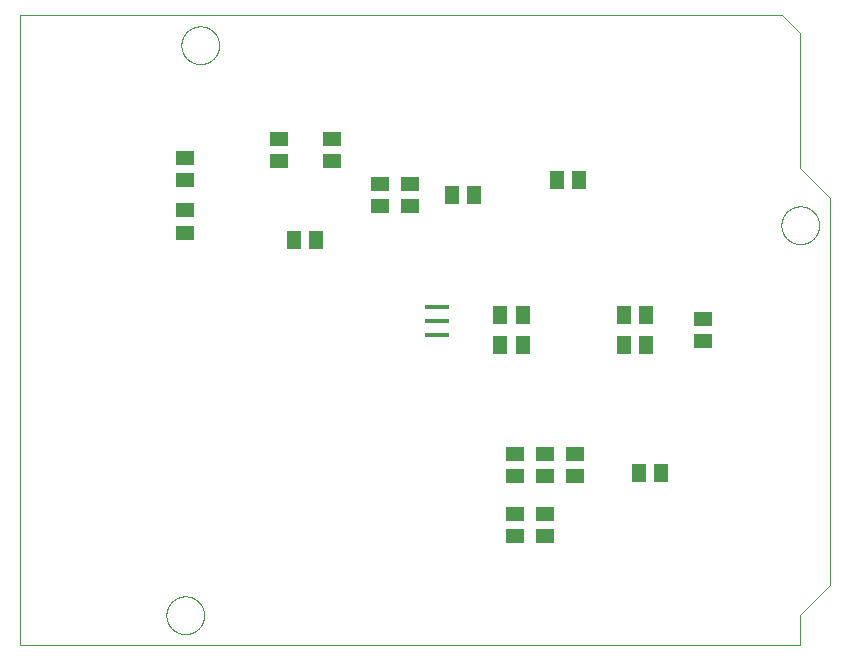
<source format=gbp>
G75*
%MOIN*%
%OFA0B0*%
%FSLAX25Y25*%
%IPPOS*%
%LPD*%
%AMOC8*
5,1,8,0,0,1.08239X$1,22.5*
%
%ADD10C,0.00000*%
%ADD11R,0.05118X0.05906*%
%ADD12R,0.05906X0.05118*%
%ADD13R,0.07874X0.01575*%
D10*
X0027000Y0009000D02*
X0027000Y0219000D01*
X0281000Y0219000D01*
X0287000Y0213000D01*
X0287000Y0168000D01*
X0297000Y0158000D01*
X0297000Y0029000D01*
X0287000Y0019000D01*
X0287000Y0009000D01*
X0027000Y0009000D01*
X0075701Y0019000D02*
X0075703Y0019158D01*
X0075709Y0019316D01*
X0075719Y0019474D01*
X0075733Y0019632D01*
X0075751Y0019789D01*
X0075772Y0019946D01*
X0075798Y0020102D01*
X0075828Y0020258D01*
X0075861Y0020413D01*
X0075899Y0020566D01*
X0075940Y0020719D01*
X0075985Y0020871D01*
X0076034Y0021022D01*
X0076087Y0021171D01*
X0076143Y0021319D01*
X0076203Y0021465D01*
X0076267Y0021610D01*
X0076335Y0021753D01*
X0076406Y0021895D01*
X0076480Y0022035D01*
X0076558Y0022172D01*
X0076640Y0022308D01*
X0076724Y0022442D01*
X0076813Y0022573D01*
X0076904Y0022702D01*
X0076999Y0022829D01*
X0077096Y0022954D01*
X0077197Y0023076D01*
X0077301Y0023195D01*
X0077408Y0023312D01*
X0077518Y0023426D01*
X0077631Y0023537D01*
X0077746Y0023646D01*
X0077864Y0023751D01*
X0077985Y0023853D01*
X0078108Y0023953D01*
X0078234Y0024049D01*
X0078362Y0024142D01*
X0078492Y0024232D01*
X0078625Y0024318D01*
X0078760Y0024402D01*
X0078896Y0024481D01*
X0079035Y0024558D01*
X0079176Y0024630D01*
X0079318Y0024700D01*
X0079462Y0024765D01*
X0079608Y0024827D01*
X0079755Y0024885D01*
X0079904Y0024940D01*
X0080054Y0024991D01*
X0080205Y0025038D01*
X0080357Y0025081D01*
X0080510Y0025120D01*
X0080665Y0025156D01*
X0080820Y0025187D01*
X0080976Y0025215D01*
X0081132Y0025239D01*
X0081289Y0025259D01*
X0081447Y0025275D01*
X0081604Y0025287D01*
X0081763Y0025295D01*
X0081921Y0025299D01*
X0082079Y0025299D01*
X0082237Y0025295D01*
X0082396Y0025287D01*
X0082553Y0025275D01*
X0082711Y0025259D01*
X0082868Y0025239D01*
X0083024Y0025215D01*
X0083180Y0025187D01*
X0083335Y0025156D01*
X0083490Y0025120D01*
X0083643Y0025081D01*
X0083795Y0025038D01*
X0083946Y0024991D01*
X0084096Y0024940D01*
X0084245Y0024885D01*
X0084392Y0024827D01*
X0084538Y0024765D01*
X0084682Y0024700D01*
X0084824Y0024630D01*
X0084965Y0024558D01*
X0085104Y0024481D01*
X0085240Y0024402D01*
X0085375Y0024318D01*
X0085508Y0024232D01*
X0085638Y0024142D01*
X0085766Y0024049D01*
X0085892Y0023953D01*
X0086015Y0023853D01*
X0086136Y0023751D01*
X0086254Y0023646D01*
X0086369Y0023537D01*
X0086482Y0023426D01*
X0086592Y0023312D01*
X0086699Y0023195D01*
X0086803Y0023076D01*
X0086904Y0022954D01*
X0087001Y0022829D01*
X0087096Y0022702D01*
X0087187Y0022573D01*
X0087276Y0022442D01*
X0087360Y0022308D01*
X0087442Y0022172D01*
X0087520Y0022035D01*
X0087594Y0021895D01*
X0087665Y0021753D01*
X0087733Y0021610D01*
X0087797Y0021465D01*
X0087857Y0021319D01*
X0087913Y0021171D01*
X0087966Y0021022D01*
X0088015Y0020871D01*
X0088060Y0020719D01*
X0088101Y0020566D01*
X0088139Y0020413D01*
X0088172Y0020258D01*
X0088202Y0020102D01*
X0088228Y0019946D01*
X0088249Y0019789D01*
X0088267Y0019632D01*
X0088281Y0019474D01*
X0088291Y0019316D01*
X0088297Y0019158D01*
X0088299Y0019000D01*
X0088297Y0018842D01*
X0088291Y0018684D01*
X0088281Y0018526D01*
X0088267Y0018368D01*
X0088249Y0018211D01*
X0088228Y0018054D01*
X0088202Y0017898D01*
X0088172Y0017742D01*
X0088139Y0017587D01*
X0088101Y0017434D01*
X0088060Y0017281D01*
X0088015Y0017129D01*
X0087966Y0016978D01*
X0087913Y0016829D01*
X0087857Y0016681D01*
X0087797Y0016535D01*
X0087733Y0016390D01*
X0087665Y0016247D01*
X0087594Y0016105D01*
X0087520Y0015965D01*
X0087442Y0015828D01*
X0087360Y0015692D01*
X0087276Y0015558D01*
X0087187Y0015427D01*
X0087096Y0015298D01*
X0087001Y0015171D01*
X0086904Y0015046D01*
X0086803Y0014924D01*
X0086699Y0014805D01*
X0086592Y0014688D01*
X0086482Y0014574D01*
X0086369Y0014463D01*
X0086254Y0014354D01*
X0086136Y0014249D01*
X0086015Y0014147D01*
X0085892Y0014047D01*
X0085766Y0013951D01*
X0085638Y0013858D01*
X0085508Y0013768D01*
X0085375Y0013682D01*
X0085240Y0013598D01*
X0085104Y0013519D01*
X0084965Y0013442D01*
X0084824Y0013370D01*
X0084682Y0013300D01*
X0084538Y0013235D01*
X0084392Y0013173D01*
X0084245Y0013115D01*
X0084096Y0013060D01*
X0083946Y0013009D01*
X0083795Y0012962D01*
X0083643Y0012919D01*
X0083490Y0012880D01*
X0083335Y0012844D01*
X0083180Y0012813D01*
X0083024Y0012785D01*
X0082868Y0012761D01*
X0082711Y0012741D01*
X0082553Y0012725D01*
X0082396Y0012713D01*
X0082237Y0012705D01*
X0082079Y0012701D01*
X0081921Y0012701D01*
X0081763Y0012705D01*
X0081604Y0012713D01*
X0081447Y0012725D01*
X0081289Y0012741D01*
X0081132Y0012761D01*
X0080976Y0012785D01*
X0080820Y0012813D01*
X0080665Y0012844D01*
X0080510Y0012880D01*
X0080357Y0012919D01*
X0080205Y0012962D01*
X0080054Y0013009D01*
X0079904Y0013060D01*
X0079755Y0013115D01*
X0079608Y0013173D01*
X0079462Y0013235D01*
X0079318Y0013300D01*
X0079176Y0013370D01*
X0079035Y0013442D01*
X0078896Y0013519D01*
X0078760Y0013598D01*
X0078625Y0013682D01*
X0078492Y0013768D01*
X0078362Y0013858D01*
X0078234Y0013951D01*
X0078108Y0014047D01*
X0077985Y0014147D01*
X0077864Y0014249D01*
X0077746Y0014354D01*
X0077631Y0014463D01*
X0077518Y0014574D01*
X0077408Y0014688D01*
X0077301Y0014805D01*
X0077197Y0014924D01*
X0077096Y0015046D01*
X0076999Y0015171D01*
X0076904Y0015298D01*
X0076813Y0015427D01*
X0076724Y0015558D01*
X0076640Y0015692D01*
X0076558Y0015828D01*
X0076480Y0015965D01*
X0076406Y0016105D01*
X0076335Y0016247D01*
X0076267Y0016390D01*
X0076203Y0016535D01*
X0076143Y0016681D01*
X0076087Y0016829D01*
X0076034Y0016978D01*
X0075985Y0017129D01*
X0075940Y0017281D01*
X0075899Y0017434D01*
X0075861Y0017587D01*
X0075828Y0017742D01*
X0075798Y0017898D01*
X0075772Y0018054D01*
X0075751Y0018211D01*
X0075733Y0018368D01*
X0075719Y0018526D01*
X0075709Y0018684D01*
X0075703Y0018842D01*
X0075701Y0019000D01*
X0280701Y0149000D02*
X0280703Y0149158D01*
X0280709Y0149316D01*
X0280719Y0149474D01*
X0280733Y0149632D01*
X0280751Y0149789D01*
X0280772Y0149946D01*
X0280798Y0150102D01*
X0280828Y0150258D01*
X0280861Y0150413D01*
X0280899Y0150566D01*
X0280940Y0150719D01*
X0280985Y0150871D01*
X0281034Y0151022D01*
X0281087Y0151171D01*
X0281143Y0151319D01*
X0281203Y0151465D01*
X0281267Y0151610D01*
X0281335Y0151753D01*
X0281406Y0151895D01*
X0281480Y0152035D01*
X0281558Y0152172D01*
X0281640Y0152308D01*
X0281724Y0152442D01*
X0281813Y0152573D01*
X0281904Y0152702D01*
X0281999Y0152829D01*
X0282096Y0152954D01*
X0282197Y0153076D01*
X0282301Y0153195D01*
X0282408Y0153312D01*
X0282518Y0153426D01*
X0282631Y0153537D01*
X0282746Y0153646D01*
X0282864Y0153751D01*
X0282985Y0153853D01*
X0283108Y0153953D01*
X0283234Y0154049D01*
X0283362Y0154142D01*
X0283492Y0154232D01*
X0283625Y0154318D01*
X0283760Y0154402D01*
X0283896Y0154481D01*
X0284035Y0154558D01*
X0284176Y0154630D01*
X0284318Y0154700D01*
X0284462Y0154765D01*
X0284608Y0154827D01*
X0284755Y0154885D01*
X0284904Y0154940D01*
X0285054Y0154991D01*
X0285205Y0155038D01*
X0285357Y0155081D01*
X0285510Y0155120D01*
X0285665Y0155156D01*
X0285820Y0155187D01*
X0285976Y0155215D01*
X0286132Y0155239D01*
X0286289Y0155259D01*
X0286447Y0155275D01*
X0286604Y0155287D01*
X0286763Y0155295D01*
X0286921Y0155299D01*
X0287079Y0155299D01*
X0287237Y0155295D01*
X0287396Y0155287D01*
X0287553Y0155275D01*
X0287711Y0155259D01*
X0287868Y0155239D01*
X0288024Y0155215D01*
X0288180Y0155187D01*
X0288335Y0155156D01*
X0288490Y0155120D01*
X0288643Y0155081D01*
X0288795Y0155038D01*
X0288946Y0154991D01*
X0289096Y0154940D01*
X0289245Y0154885D01*
X0289392Y0154827D01*
X0289538Y0154765D01*
X0289682Y0154700D01*
X0289824Y0154630D01*
X0289965Y0154558D01*
X0290104Y0154481D01*
X0290240Y0154402D01*
X0290375Y0154318D01*
X0290508Y0154232D01*
X0290638Y0154142D01*
X0290766Y0154049D01*
X0290892Y0153953D01*
X0291015Y0153853D01*
X0291136Y0153751D01*
X0291254Y0153646D01*
X0291369Y0153537D01*
X0291482Y0153426D01*
X0291592Y0153312D01*
X0291699Y0153195D01*
X0291803Y0153076D01*
X0291904Y0152954D01*
X0292001Y0152829D01*
X0292096Y0152702D01*
X0292187Y0152573D01*
X0292276Y0152442D01*
X0292360Y0152308D01*
X0292442Y0152172D01*
X0292520Y0152035D01*
X0292594Y0151895D01*
X0292665Y0151753D01*
X0292733Y0151610D01*
X0292797Y0151465D01*
X0292857Y0151319D01*
X0292913Y0151171D01*
X0292966Y0151022D01*
X0293015Y0150871D01*
X0293060Y0150719D01*
X0293101Y0150566D01*
X0293139Y0150413D01*
X0293172Y0150258D01*
X0293202Y0150102D01*
X0293228Y0149946D01*
X0293249Y0149789D01*
X0293267Y0149632D01*
X0293281Y0149474D01*
X0293291Y0149316D01*
X0293297Y0149158D01*
X0293299Y0149000D01*
X0293297Y0148842D01*
X0293291Y0148684D01*
X0293281Y0148526D01*
X0293267Y0148368D01*
X0293249Y0148211D01*
X0293228Y0148054D01*
X0293202Y0147898D01*
X0293172Y0147742D01*
X0293139Y0147587D01*
X0293101Y0147434D01*
X0293060Y0147281D01*
X0293015Y0147129D01*
X0292966Y0146978D01*
X0292913Y0146829D01*
X0292857Y0146681D01*
X0292797Y0146535D01*
X0292733Y0146390D01*
X0292665Y0146247D01*
X0292594Y0146105D01*
X0292520Y0145965D01*
X0292442Y0145828D01*
X0292360Y0145692D01*
X0292276Y0145558D01*
X0292187Y0145427D01*
X0292096Y0145298D01*
X0292001Y0145171D01*
X0291904Y0145046D01*
X0291803Y0144924D01*
X0291699Y0144805D01*
X0291592Y0144688D01*
X0291482Y0144574D01*
X0291369Y0144463D01*
X0291254Y0144354D01*
X0291136Y0144249D01*
X0291015Y0144147D01*
X0290892Y0144047D01*
X0290766Y0143951D01*
X0290638Y0143858D01*
X0290508Y0143768D01*
X0290375Y0143682D01*
X0290240Y0143598D01*
X0290104Y0143519D01*
X0289965Y0143442D01*
X0289824Y0143370D01*
X0289682Y0143300D01*
X0289538Y0143235D01*
X0289392Y0143173D01*
X0289245Y0143115D01*
X0289096Y0143060D01*
X0288946Y0143009D01*
X0288795Y0142962D01*
X0288643Y0142919D01*
X0288490Y0142880D01*
X0288335Y0142844D01*
X0288180Y0142813D01*
X0288024Y0142785D01*
X0287868Y0142761D01*
X0287711Y0142741D01*
X0287553Y0142725D01*
X0287396Y0142713D01*
X0287237Y0142705D01*
X0287079Y0142701D01*
X0286921Y0142701D01*
X0286763Y0142705D01*
X0286604Y0142713D01*
X0286447Y0142725D01*
X0286289Y0142741D01*
X0286132Y0142761D01*
X0285976Y0142785D01*
X0285820Y0142813D01*
X0285665Y0142844D01*
X0285510Y0142880D01*
X0285357Y0142919D01*
X0285205Y0142962D01*
X0285054Y0143009D01*
X0284904Y0143060D01*
X0284755Y0143115D01*
X0284608Y0143173D01*
X0284462Y0143235D01*
X0284318Y0143300D01*
X0284176Y0143370D01*
X0284035Y0143442D01*
X0283896Y0143519D01*
X0283760Y0143598D01*
X0283625Y0143682D01*
X0283492Y0143768D01*
X0283362Y0143858D01*
X0283234Y0143951D01*
X0283108Y0144047D01*
X0282985Y0144147D01*
X0282864Y0144249D01*
X0282746Y0144354D01*
X0282631Y0144463D01*
X0282518Y0144574D01*
X0282408Y0144688D01*
X0282301Y0144805D01*
X0282197Y0144924D01*
X0282096Y0145046D01*
X0281999Y0145171D01*
X0281904Y0145298D01*
X0281813Y0145427D01*
X0281724Y0145558D01*
X0281640Y0145692D01*
X0281558Y0145828D01*
X0281480Y0145965D01*
X0281406Y0146105D01*
X0281335Y0146247D01*
X0281267Y0146390D01*
X0281203Y0146535D01*
X0281143Y0146681D01*
X0281087Y0146829D01*
X0281034Y0146978D01*
X0280985Y0147129D01*
X0280940Y0147281D01*
X0280899Y0147434D01*
X0280861Y0147587D01*
X0280828Y0147742D01*
X0280798Y0147898D01*
X0280772Y0148054D01*
X0280751Y0148211D01*
X0280733Y0148368D01*
X0280719Y0148526D01*
X0280709Y0148684D01*
X0280703Y0148842D01*
X0280701Y0149000D01*
X0080701Y0209000D02*
X0080703Y0209158D01*
X0080709Y0209316D01*
X0080719Y0209474D01*
X0080733Y0209632D01*
X0080751Y0209789D01*
X0080772Y0209946D01*
X0080798Y0210102D01*
X0080828Y0210258D01*
X0080861Y0210413D01*
X0080899Y0210566D01*
X0080940Y0210719D01*
X0080985Y0210871D01*
X0081034Y0211022D01*
X0081087Y0211171D01*
X0081143Y0211319D01*
X0081203Y0211465D01*
X0081267Y0211610D01*
X0081335Y0211753D01*
X0081406Y0211895D01*
X0081480Y0212035D01*
X0081558Y0212172D01*
X0081640Y0212308D01*
X0081724Y0212442D01*
X0081813Y0212573D01*
X0081904Y0212702D01*
X0081999Y0212829D01*
X0082096Y0212954D01*
X0082197Y0213076D01*
X0082301Y0213195D01*
X0082408Y0213312D01*
X0082518Y0213426D01*
X0082631Y0213537D01*
X0082746Y0213646D01*
X0082864Y0213751D01*
X0082985Y0213853D01*
X0083108Y0213953D01*
X0083234Y0214049D01*
X0083362Y0214142D01*
X0083492Y0214232D01*
X0083625Y0214318D01*
X0083760Y0214402D01*
X0083896Y0214481D01*
X0084035Y0214558D01*
X0084176Y0214630D01*
X0084318Y0214700D01*
X0084462Y0214765D01*
X0084608Y0214827D01*
X0084755Y0214885D01*
X0084904Y0214940D01*
X0085054Y0214991D01*
X0085205Y0215038D01*
X0085357Y0215081D01*
X0085510Y0215120D01*
X0085665Y0215156D01*
X0085820Y0215187D01*
X0085976Y0215215D01*
X0086132Y0215239D01*
X0086289Y0215259D01*
X0086447Y0215275D01*
X0086604Y0215287D01*
X0086763Y0215295D01*
X0086921Y0215299D01*
X0087079Y0215299D01*
X0087237Y0215295D01*
X0087396Y0215287D01*
X0087553Y0215275D01*
X0087711Y0215259D01*
X0087868Y0215239D01*
X0088024Y0215215D01*
X0088180Y0215187D01*
X0088335Y0215156D01*
X0088490Y0215120D01*
X0088643Y0215081D01*
X0088795Y0215038D01*
X0088946Y0214991D01*
X0089096Y0214940D01*
X0089245Y0214885D01*
X0089392Y0214827D01*
X0089538Y0214765D01*
X0089682Y0214700D01*
X0089824Y0214630D01*
X0089965Y0214558D01*
X0090104Y0214481D01*
X0090240Y0214402D01*
X0090375Y0214318D01*
X0090508Y0214232D01*
X0090638Y0214142D01*
X0090766Y0214049D01*
X0090892Y0213953D01*
X0091015Y0213853D01*
X0091136Y0213751D01*
X0091254Y0213646D01*
X0091369Y0213537D01*
X0091482Y0213426D01*
X0091592Y0213312D01*
X0091699Y0213195D01*
X0091803Y0213076D01*
X0091904Y0212954D01*
X0092001Y0212829D01*
X0092096Y0212702D01*
X0092187Y0212573D01*
X0092276Y0212442D01*
X0092360Y0212308D01*
X0092442Y0212172D01*
X0092520Y0212035D01*
X0092594Y0211895D01*
X0092665Y0211753D01*
X0092733Y0211610D01*
X0092797Y0211465D01*
X0092857Y0211319D01*
X0092913Y0211171D01*
X0092966Y0211022D01*
X0093015Y0210871D01*
X0093060Y0210719D01*
X0093101Y0210566D01*
X0093139Y0210413D01*
X0093172Y0210258D01*
X0093202Y0210102D01*
X0093228Y0209946D01*
X0093249Y0209789D01*
X0093267Y0209632D01*
X0093281Y0209474D01*
X0093291Y0209316D01*
X0093297Y0209158D01*
X0093299Y0209000D01*
X0093297Y0208842D01*
X0093291Y0208684D01*
X0093281Y0208526D01*
X0093267Y0208368D01*
X0093249Y0208211D01*
X0093228Y0208054D01*
X0093202Y0207898D01*
X0093172Y0207742D01*
X0093139Y0207587D01*
X0093101Y0207434D01*
X0093060Y0207281D01*
X0093015Y0207129D01*
X0092966Y0206978D01*
X0092913Y0206829D01*
X0092857Y0206681D01*
X0092797Y0206535D01*
X0092733Y0206390D01*
X0092665Y0206247D01*
X0092594Y0206105D01*
X0092520Y0205965D01*
X0092442Y0205828D01*
X0092360Y0205692D01*
X0092276Y0205558D01*
X0092187Y0205427D01*
X0092096Y0205298D01*
X0092001Y0205171D01*
X0091904Y0205046D01*
X0091803Y0204924D01*
X0091699Y0204805D01*
X0091592Y0204688D01*
X0091482Y0204574D01*
X0091369Y0204463D01*
X0091254Y0204354D01*
X0091136Y0204249D01*
X0091015Y0204147D01*
X0090892Y0204047D01*
X0090766Y0203951D01*
X0090638Y0203858D01*
X0090508Y0203768D01*
X0090375Y0203682D01*
X0090240Y0203598D01*
X0090104Y0203519D01*
X0089965Y0203442D01*
X0089824Y0203370D01*
X0089682Y0203300D01*
X0089538Y0203235D01*
X0089392Y0203173D01*
X0089245Y0203115D01*
X0089096Y0203060D01*
X0088946Y0203009D01*
X0088795Y0202962D01*
X0088643Y0202919D01*
X0088490Y0202880D01*
X0088335Y0202844D01*
X0088180Y0202813D01*
X0088024Y0202785D01*
X0087868Y0202761D01*
X0087711Y0202741D01*
X0087553Y0202725D01*
X0087396Y0202713D01*
X0087237Y0202705D01*
X0087079Y0202701D01*
X0086921Y0202701D01*
X0086763Y0202705D01*
X0086604Y0202713D01*
X0086447Y0202725D01*
X0086289Y0202741D01*
X0086132Y0202761D01*
X0085976Y0202785D01*
X0085820Y0202813D01*
X0085665Y0202844D01*
X0085510Y0202880D01*
X0085357Y0202919D01*
X0085205Y0202962D01*
X0085054Y0203009D01*
X0084904Y0203060D01*
X0084755Y0203115D01*
X0084608Y0203173D01*
X0084462Y0203235D01*
X0084318Y0203300D01*
X0084176Y0203370D01*
X0084035Y0203442D01*
X0083896Y0203519D01*
X0083760Y0203598D01*
X0083625Y0203682D01*
X0083492Y0203768D01*
X0083362Y0203858D01*
X0083234Y0203951D01*
X0083108Y0204047D01*
X0082985Y0204147D01*
X0082864Y0204249D01*
X0082746Y0204354D01*
X0082631Y0204463D01*
X0082518Y0204574D01*
X0082408Y0204688D01*
X0082301Y0204805D01*
X0082197Y0204924D01*
X0082096Y0205046D01*
X0081999Y0205171D01*
X0081904Y0205298D01*
X0081813Y0205427D01*
X0081724Y0205558D01*
X0081640Y0205692D01*
X0081558Y0205828D01*
X0081480Y0205965D01*
X0081406Y0206105D01*
X0081335Y0206247D01*
X0081267Y0206390D01*
X0081203Y0206535D01*
X0081143Y0206681D01*
X0081087Y0206829D01*
X0081034Y0206978D01*
X0080985Y0207129D01*
X0080940Y0207281D01*
X0080899Y0207434D01*
X0080861Y0207587D01*
X0080828Y0207742D01*
X0080798Y0207898D01*
X0080772Y0208054D01*
X0080751Y0208211D01*
X0080733Y0208368D01*
X0080719Y0208526D01*
X0080709Y0208684D01*
X0080703Y0208842D01*
X0080701Y0209000D01*
D11*
X0118260Y0144000D03*
X0125740Y0144000D03*
X0170760Y0159000D03*
X0178240Y0159000D03*
X0205760Y0164000D03*
X0213240Y0164000D03*
X0228260Y0119000D03*
X0235740Y0119000D03*
X0235740Y0109000D03*
X0228260Y0109000D03*
X0194490Y0109000D03*
X0187010Y0109000D03*
X0187010Y0119000D03*
X0194490Y0119000D03*
X0233260Y0066500D03*
X0240740Y0066500D03*
D12*
X0212000Y0065260D03*
X0212000Y0072740D03*
X0202000Y0072740D03*
X0202000Y0065260D03*
X0192000Y0065260D03*
X0192000Y0072740D03*
X0192000Y0052740D03*
X0192000Y0045260D03*
X0202000Y0045260D03*
X0202000Y0052740D03*
X0254500Y0110260D03*
X0254500Y0117740D03*
X0157000Y0155260D03*
X0157000Y0162740D03*
X0147000Y0162740D03*
X0147000Y0155260D03*
X0130750Y0170260D03*
X0130750Y0177740D03*
X0113250Y0177740D03*
X0113250Y0170260D03*
X0082000Y0171490D03*
X0082000Y0164010D03*
X0082000Y0153990D03*
X0082000Y0146510D03*
D13*
X0166000Y0121724D03*
X0166000Y0117000D03*
X0166000Y0112276D03*
M02*

</source>
